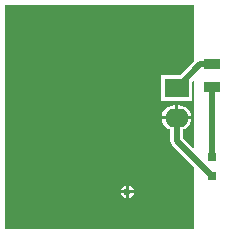
<source format=gbl>
G04*
G04 #@! TF.GenerationSoftware,Altium Limited,Altium Designer,18.0.7 (293)*
G04*
G04 Layer_Physical_Order=2*
G04 Layer_Color=16711680*
%FSLAX25Y25*%
%MOIN*%
G70*
G01*
G75*
%ADD13R,0.03150X0.03150*%
%ADD14R,0.05709X0.03740*%
%ADD19C,0.01968*%
%ADD20O,0.07874X0.06299*%
%ADD21R,0.07874X0.06299*%
%ADD22C,0.02362*%
G36*
X64961Y58240D02*
X60264Y53543D01*
X53937D01*
Y44882D01*
X64173D01*
Y51206D01*
X64524Y51495D01*
X64961Y51309D01*
Y29366D01*
X64499Y29175D01*
X61263Y32411D01*
Y35309D01*
X61935Y35588D01*
X62802Y36253D01*
X63467Y37120D01*
X63885Y38129D01*
X63962Y38713D01*
X54148D01*
X54225Y38129D01*
X54643Y37120D01*
X55308Y36253D01*
X56175Y35588D01*
X56847Y35309D01*
Y31496D01*
X57015Y30651D01*
X57494Y29935D01*
X64961Y22468D01*
Y1969D01*
X1969D01*
Y76772D01*
X64961D01*
Y58240D01*
D02*
G37*
%LPC*%
G36*
X59842Y43398D02*
X59555D01*
Y39713D01*
X63962D01*
X63885Y40296D01*
X63467Y41305D01*
X62802Y42172D01*
X61935Y42837D01*
X60926Y43255D01*
X59842Y43398D01*
D02*
G37*
G36*
X58555D02*
X58268D01*
X57184Y43255D01*
X56175Y42837D01*
X55308Y42172D01*
X54643Y41305D01*
X54225Y40296D01*
X54148Y39713D01*
X58555D01*
Y43398D01*
D02*
G37*
G36*
X43118Y16593D02*
Y14968D01*
X44743D01*
X44673Y15319D01*
X44191Y16041D01*
X43469Y16523D01*
X43118Y16593D01*
D02*
G37*
G36*
X42118D02*
X41767Y16523D01*
X41046Y16041D01*
X40564Y15319D01*
X40494Y14968D01*
X42118D01*
Y16593D01*
D02*
G37*
G36*
X44743Y13969D02*
X43118D01*
Y12344D01*
X43469Y12414D01*
X44191Y12896D01*
X44673Y13618D01*
X44743Y13969D01*
D02*
G37*
G36*
X42118D02*
X40494D01*
X40564Y13618D01*
X41046Y12896D01*
X41767Y12414D01*
X42118Y12344D01*
Y13969D01*
D02*
G37*
%LPD*%
D13*
X70866Y19685D02*
D03*
Y26181D02*
D03*
D14*
Y56988D02*
D03*
Y49311D02*
D03*
D19*
X59055Y31496D02*
Y39213D01*
Y31496D02*
X70866Y19685D01*
Y26181D02*
Y49311D01*
X66831Y56988D02*
X70866D01*
X59055Y49213D02*
X66831Y56988D01*
D20*
X59055Y39213D02*
D03*
D21*
Y49213D02*
D03*
D22*
X42618Y14469D02*
D03*
M02*

</source>
